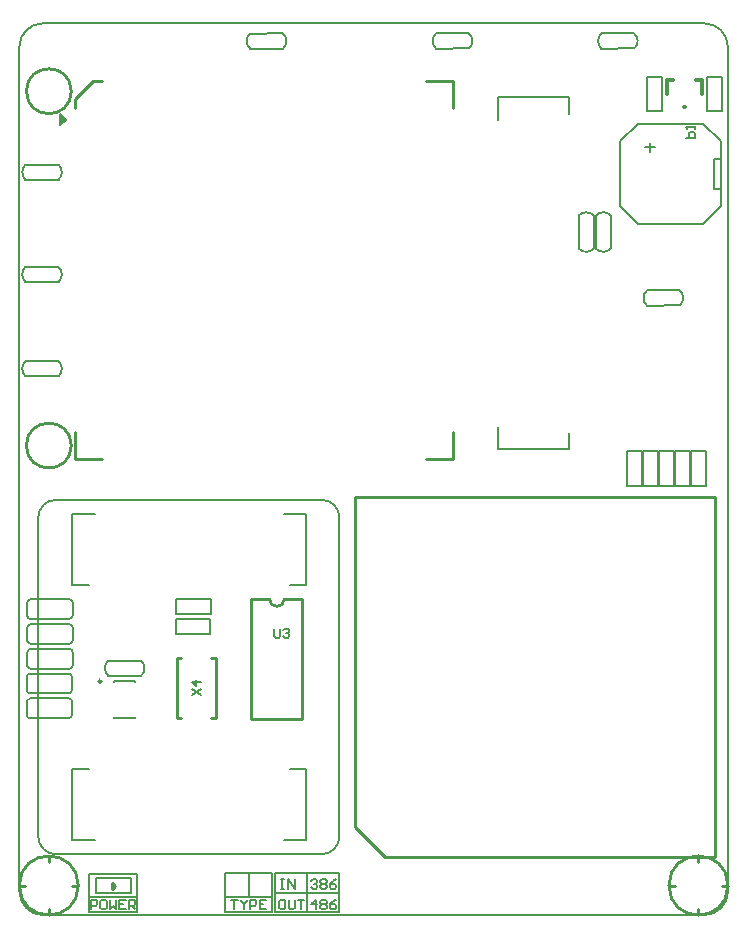
<source format=gto>
%FSLAX44Y44*%
%MOMM*%
G71*
G01*
G75*
%ADD10O,1.4000X0.3000*%
%ADD11O,0.3000X1.4000*%
%ADD12R,0.9398X1.0160*%
%ADD13R,0.9400X1.0160*%
%ADD14R,1.0160X0.9398*%
%ADD15R,1.0160X0.9400*%
%ADD16R,1.2000X1.3000*%
%ADD17R,1.2700X0.7620*%
%ADD18R,0.8000X0.9000*%
%ADD19R,0.9652X0.8890*%
%ADD20R,0.9144X0.9144*%
%ADD21R,0.9144X1.2700*%
%ADD22R,0.8890X0.9652*%
%ADD23R,2.2000X0.3600*%
%ADD24R,3.0000X1.0000*%
%ADD25R,2.2000X1.5000*%
%ADD26R,1.4500X0.5500*%
%ADD27R,0.3600X2.2000*%
%ADD28R,1.0000X3.0000*%
%ADD29R,1.8000X1.8000*%
%ADD30C,0.3000*%
%ADD31C,0.2000*%
%ADD32C,1.5000*%
%ADD33C,1.0000*%
%ADD34C,0.6000*%
%ADD35C,0.5000*%
%ADD36C,0.4000*%
%ADD37C,0.2032*%
%ADD38C,0.3810*%
%ADD39C,0.2500*%
%ADD40C,0.8000*%
%ADD41C,1.2000*%
%ADD42C,1.2000*%
%ADD43C,4.0000*%
%ADD44C,3.6000*%
%ADD45C,1.2700*%
%ADD46C,0.4000*%
%ADD47C,0.6000*%
%ADD48C,0.8000*%
%ADD49C,0.5500*%
%ADD50C,1.0000*%
%ADD51C,1.1000*%
%ADD52C,1.8000*%
%ADD53C,0.5080*%
%ADD54C,0.9000*%
%ADD55C,2.0000*%
%ADD56C,1.0160*%
%ADD57C,1.6000*%
%ADD58C,1.1000*%
%ADD59C,1.2000*%
%ADD60C,1.3000*%
%ADD61C,1.4000*%
%ADD62R,1.8000X1.1000*%
%ADD63R,1.0000X1.0000*%
%ADD64O,2.0320X0.6096*%
%ADD65R,0.3000X1.5000*%
%ADD66R,0.2600X2.0000*%
%ADD67R,2.0000X0.2600*%
%ADD68R,1.5000X0.3500*%
%ADD69R,1.8000X1.2000*%
%ADD70C,0.1270*%
%ADD71C,0.2540*%
%ADD72C,0.1500*%
%ADD73C,0.2286*%
%ADD74C,0.1524*%
%ADD75C,0.3048*%
D31*
X600000Y740000D02*
G03*
X580000Y760000I-20000J0D01*
G01*
X20000Y760000D02*
G03*
X-0Y740000I0J-20000D01*
G01*
X580000Y5000D02*
G03*
X600000Y25000I0J20000D01*
G01*
X-0D02*
G03*
X20000Y5000I20000J0D01*
G01*
X34500Y683500D02*
X39500Y678500D01*
X34500Y683500D02*
X34500Y683500D01*
X34500Y673500D02*
Y683500D01*
Y673500D02*
X39500Y678500D01*
X39500D01*
X34500D02*
X39500D01*
X34500Y681000D02*
X37000Y678500D01*
X34500Y676000D02*
X37000Y678500D01*
X20000Y760000D02*
X580000D01*
X20000Y5000D02*
X580000D01*
X-0Y25000D02*
Y740000D01*
X600000Y25000D02*
Y740000D01*
X405000Y399500D02*
X465000D01*
Y413500D01*
X405000Y399500D02*
Y418500D01*
Y697500D02*
X465000D01*
X405000Y678500D02*
Y697500D01*
X465000Y683500D02*
Y697500D01*
X80250Y172000D02*
Y172500D01*
X98250Y172000D02*
Y172500D01*
X80250Y202500D02*
Y203000D01*
X98250Y202500D02*
Y203000D01*
X80250D02*
X98250D01*
X80250Y172000D02*
X98250D01*
X229000Y284500D02*
X243000D01*
X224000Y344500D02*
X243000D01*
Y284500D02*
Y344500D01*
X45000D02*
X64000D01*
X45000Y284500D02*
X59000D01*
X45000D02*
Y344500D01*
X243000Y68500D02*
Y128500D01*
X229000D02*
X243000D01*
X224000Y68500D02*
X243000D01*
X45000D02*
Y128500D01*
Y68500D02*
X64000D01*
X45000Y128500D02*
X59000D01*
D39*
X69500Y203000D02*
G03*
X69500Y203000I-1250J0D01*
G01*
D70*
X33199Y461177D02*
G03*
X33054Y473951I-5694J6323D01*
G01*
X5250Y473888D02*
G03*
X5250Y461112I5999J-6388D01*
G01*
X380699Y738677D02*
G03*
X380554Y751451I-5694J6323D01*
G01*
X352750Y751388D02*
G03*
X352750Y738612I5999J-6388D01*
G01*
X473677Y569301D02*
G03*
X486451Y569446I6323J5694D01*
G01*
X486388Y597250D02*
G03*
X473612Y597250I-6388J-5999D01*
G01*
X488177Y569301D02*
G03*
X500951Y569446I6323J5694D01*
G01*
X500888Y597250D02*
G03*
X488112Y597250I-6388J-5999D01*
G01*
X41748Y171618D02*
G03*
X44748Y174618I0J3000D01*
G01*
X9314Y188382D02*
G03*
X6314Y185382I0J-3000D01*
G01*
X44796Y185334D02*
G03*
X41796Y188334I-3000J0D01*
G01*
X6266Y174412D02*
G03*
X9060Y171618I2794J0D01*
G01*
X42248Y255618D02*
G03*
X45248Y258618I0J3000D01*
G01*
X9814Y272382D02*
G03*
X6814Y269382I0J-3000D01*
G01*
X45296Y269334D02*
G03*
X42296Y272334I-3000J0D01*
G01*
X6766Y258412D02*
G03*
X9560Y255618I2794J0D01*
G01*
X42248Y234618D02*
G03*
X45248Y237618I0J3000D01*
G01*
X9814Y251382D02*
G03*
X6814Y248382I0J-3000D01*
G01*
X45296Y248334D02*
G03*
X42296Y251334I-3000J0D01*
G01*
X6766Y237412D02*
G03*
X9560Y234618I2794J0D01*
G01*
X42248Y213618D02*
G03*
X45248Y216618I0J3000D01*
G01*
X9814Y230382D02*
G03*
X6814Y227382I0J-3000D01*
G01*
X45296Y227334D02*
G03*
X42296Y230334I-3000J0D01*
G01*
X6766Y216412D02*
G03*
X9560Y213618I2794J0D01*
G01*
X41748Y192618D02*
G03*
X44748Y195618I0J3000D01*
G01*
X9314Y209382D02*
G03*
X6314Y206382I0J-3000D01*
G01*
X44796Y206334D02*
G03*
X41796Y209334I-3000J0D01*
G01*
X6266Y195412D02*
G03*
X9060Y192618I2794J0D01*
G01*
X33199Y541177D02*
G03*
X33054Y553951I-5694J6323D01*
G01*
X5250Y553888D02*
G03*
X5250Y541112I5999J-6388D01*
G01*
X103199Y207677D02*
G03*
X103054Y220451I-5694J6323D01*
G01*
X75250Y220388D02*
G03*
X75250Y207612I5999J-6388D01*
G01*
X195301Y751323D02*
G03*
X195446Y738549I5694J-6323D01*
G01*
X223250Y738612D02*
G03*
X223250Y751388I-5999J6388D01*
G01*
X33199Y627677D02*
G03*
X33054Y640451I-5694J6323D01*
G01*
X5250Y640388D02*
G03*
X5250Y627612I5999J-6388D01*
G01*
X531301Y533823D02*
G03*
X531446Y521049I5694J-6323D01*
G01*
X559250Y521112D02*
G03*
X559250Y533888I-5999J6388D01*
G01*
X520699Y738677D02*
G03*
X520554Y751451I-5694J6323D01*
G01*
X492750Y751388D02*
G03*
X492750Y738612I5999J-6388D01*
G01*
X5255Y473893D02*
X33052Y473952D01*
X5247Y461114D02*
X33197Y461175D01*
X352755Y751393D02*
X380552Y751452D01*
X352747Y738614D02*
X380697Y738675D01*
X486393Y597245D02*
X486452Y569448D01*
X473614Y597253D02*
X473675Y569303D01*
X500893Y597245D02*
X500952Y569448D01*
X488114Y597253D02*
X488175Y569303D01*
X44796Y174666D02*
Y185872D01*
X22190Y171618D02*
X41748Y171617D01*
X9314Y188382D02*
X29810D01*
X6266Y173904D02*
Y185110D01*
X9060Y171618D02*
X22190Y171617D01*
X29810Y188382D02*
X41748D01*
X45296Y258666D02*
Y269872D01*
X22690Y255618D02*
X42248Y255617D01*
X9814Y272382D02*
X30310D01*
X6766Y257904D02*
Y269110D01*
X9560Y255618D02*
X22690Y255617D01*
X30310Y272382D02*
X42248D01*
X45296Y237666D02*
Y248872D01*
X22690Y234618D02*
X42248Y234617D01*
X9814Y251382D02*
X30310D01*
X6766Y236904D02*
Y248110D01*
X9560Y234618D02*
X22690Y234617D01*
X30310Y251382D02*
X42248D01*
X45296Y216666D02*
Y227872D01*
X22690Y213618D02*
X42248Y213617D01*
X9814Y230382D02*
X30310D01*
X6766Y215904D02*
Y227110D01*
X9560Y213618D02*
X22690Y213617D01*
X30310Y230382D02*
X42248D01*
X44796Y195666D02*
Y206872D01*
X22190Y192618D02*
X41748Y192617D01*
X9314Y209382D02*
X29810D01*
X6266Y194904D02*
Y206110D01*
X9060Y192618D02*
X22190Y192617D01*
X29810Y209382D02*
X41748D01*
X5255Y553893D02*
X33052Y553952D01*
X5247Y541114D02*
X33197Y541175D01*
X75255Y220393D02*
X103052Y220452D01*
X75247Y207614D02*
X103197Y207675D01*
X195448Y738548D02*
X223245Y738607D01*
X195303Y751325D02*
X223253Y751386D01*
X5255Y640393D02*
X33052Y640452D01*
X5247Y627614D02*
X33197Y627675D01*
X531448Y521048D02*
X559245Y521107D01*
X531303Y533825D02*
X559253Y533885D01*
X492755Y751393D02*
X520552Y751452D01*
X492747Y738614D02*
X520697Y738675D01*
X215750Y247367D02*
Y241020D01*
X217020Y239750D01*
X219559D01*
X220828Y241020D01*
Y247367D01*
X223368Y246098D02*
X224637Y247367D01*
X227176D01*
X228446Y246098D01*
Y244828D01*
X227176Y243559D01*
X225907D01*
X227176D01*
X228446Y242289D01*
Y241020D01*
X227176Y239750D01*
X224637D01*
X223368Y241020D01*
X146202Y191250D02*
X153820Y196328D01*
X146202D02*
X153820Y191250D01*
Y202676D02*
X146202D01*
X150011Y198867D01*
Y203946D01*
X564383Y663000D02*
X572000D01*
Y666809D01*
X570730Y668078D01*
X569461D01*
X568191D01*
X566922Y666809D01*
Y663000D01*
X572000Y670618D02*
Y673157D01*
Y671887D01*
X564383D01*
X565652Y670618D01*
D71*
X211750Y272700D02*
G03*
X224450Y272700I6350J0D01*
G01*
X50000Y30000D02*
G03*
X50000Y30000I-25000J0D01*
G01*
X600000D02*
G03*
X600000Y30000I-25000J0D01*
G01*
X44000Y702500D02*
G03*
X44000Y702500I-19000J0D01*
G01*
Y402500D02*
G03*
X44000Y402500I-19000J0D01*
G01*
X46840Y695840D02*
X62520Y711520D01*
X46840Y688660D02*
Y695840D01*
X62520Y711520D02*
X69700D01*
X344020D02*
X366880D01*
Y688660D02*
Y711520D01*
X344020Y391480D02*
X366880D01*
Y414340D01*
X46840Y391480D02*
X69700D01*
X46840D02*
Y414340D01*
X196510Y272700D02*
X211750D01*
X224450D02*
X239690D01*
Y171100D02*
Y272700D01*
X196510Y171100D02*
X239690D01*
X196510D02*
Y272700D01*
X162710Y172200D02*
X166520D01*
X133500D02*
X137310D01*
X133500Y223000D02*
X137310D01*
X162710D02*
X166520D01*
Y172200D02*
Y223000D01*
X133500Y172200D02*
Y223000D01*
X309600Y54100D02*
X589000D01*
X284200Y79500D02*
X309600Y54100D01*
X284200Y79500D02*
Y358900D01*
X589000D01*
Y54100D02*
Y358900D01*
X25000Y4920D02*
Y10000D01*
X428Y30000D02*
X5000D01*
X25000Y50000D02*
Y55334D01*
X45000Y30000D02*
X49854D01*
X575000Y4920D02*
Y10000D01*
X550428Y30000D02*
X555000D01*
X575000Y50000D02*
Y55334D01*
X595000Y30000D02*
X599854D01*
D72*
X31000Y356500D02*
G03*
X16000Y341500I0J-15000D01*
G01*
X256000Y56500D02*
G03*
X271000Y71500I0J15000D01*
G01*
Y341500D02*
G03*
X256000Y356500I-15000J0D01*
G01*
X16000Y71500D02*
G03*
X31000Y56500I15000J0D01*
G01*
X243500Y7750D02*
Y40250D01*
X64714Y23650D02*
X94686D01*
Y36350D01*
X64714D02*
X94686D01*
X64714Y23650D02*
Y36350D01*
X132890Y272600D02*
X162100D01*
X132890Y259900D02*
X162100D01*
X132640Y255350D02*
X161850D01*
X132640Y242650D02*
X161850D01*
X544100Y685650D02*
Y714860D01*
X531400Y685650D02*
Y714860D01*
X582400Y685640D02*
Y714850D01*
X595100Y685640D02*
Y714850D01*
X31000Y356500D02*
X256000D01*
X16000Y71500D02*
Y341500D01*
X31000Y56500D02*
X256000D01*
X271000Y71500D02*
Y341500D01*
X588000Y620000D02*
X594000D01*
X588000D02*
Y645000D01*
X594000D01*
X534000Y651000D02*
Y659000D01*
X530000Y655000D02*
X538000D01*
X524000Y675000D02*
X579000D01*
X509000Y605000D02*
Y660000D01*
X524000Y590000D02*
X579000D01*
X594000Y605000D02*
Y660000D01*
X509000D02*
X524000Y675000D01*
X579000D02*
X594000Y660000D01*
X579000Y590000D02*
X594000Y605000D01*
X509000D02*
X524000Y590000D01*
X581350Y368650D02*
Y397860D01*
X568650Y368650D02*
Y397860D01*
X540850Y368650D02*
Y397860D01*
X528150Y368650D02*
Y397860D01*
X527350Y368650D02*
Y397860D01*
X514650Y368650D02*
Y397860D01*
X567850Y368650D02*
Y397860D01*
X555150Y368650D02*
Y397860D01*
X554350Y368650D02*
Y397860D01*
X541650Y368650D02*
Y397860D01*
X194250Y20250D02*
Y40250D01*
X214250Y20250D02*
Y40250D01*
X174250Y20250D02*
X214250D01*
X174250D02*
Y40250D01*
X214250D01*
X216750D02*
X271000D01*
Y7750D02*
Y40250D01*
X216750Y7750D02*
X271000D01*
X216750D02*
Y40250D01*
Y23500D02*
X271000D01*
X214250Y7750D02*
Y20250D01*
X174250Y7750D02*
X214250D01*
X174250D02*
Y20250D01*
X100000Y7500D02*
Y40000D01*
X58750D02*
X100000D01*
X58750Y7500D02*
Y40000D01*
Y7500D02*
X100000D01*
X59000Y20000D02*
X100000D01*
X179500Y17997D02*
X184832D01*
X182166D01*
Y10000D01*
X187497Y17997D02*
Y16665D01*
X190163Y13999D01*
X192829Y16665D01*
Y17997D01*
X190163Y13999D02*
Y10000D01*
X195495D02*
Y17997D01*
X199494D01*
X200826Y16665D01*
Y13999D01*
X199494Y12666D01*
X195495D01*
X208824Y17997D02*
X203492D01*
Y10000D01*
X208824D01*
X203492Y13999D02*
X206158D01*
X221250Y35247D02*
X223916D01*
X222583D01*
Y27250D01*
X221250D01*
X223916D01*
X227915D02*
Y35247D01*
X233246Y27250D01*
Y35247D01*
X223999Y17997D02*
X221333D01*
X220000Y16665D01*
Y11333D01*
X221333Y10000D01*
X223999D01*
X225332Y11333D01*
Y16665D01*
X223999Y17997D01*
X227997D02*
Y11333D01*
X229330Y10000D01*
X231996D01*
X233329Y11333D01*
Y17997D01*
X235995D02*
X241326D01*
X238661D01*
Y10000D01*
X247000Y33914D02*
X248333Y35247D01*
X250999D01*
X252332Y33914D01*
Y32582D01*
X250999Y31249D01*
X249666D01*
X250999D01*
X252332Y29916D01*
Y28583D01*
X250999Y27250D01*
X248333D01*
X247000Y28583D01*
X254997Y33914D02*
X256330Y35247D01*
X258996D01*
X260329Y33914D01*
Y32582D01*
X258996Y31249D01*
X260329Y29916D01*
Y28583D01*
X258996Y27250D01*
X256330D01*
X254997Y28583D01*
Y29916D01*
X256330Y31249D01*
X254997Y32582D01*
Y33914D01*
X256330Y31249D02*
X258996D01*
X268326Y35247D02*
X265661Y33914D01*
X262995Y31249D01*
Y28583D01*
X264328Y27250D01*
X266994D01*
X268326Y28583D01*
Y29916D01*
X266994Y31249D01*
X262995D01*
X250999Y10000D02*
Y17997D01*
X247000Y13999D01*
X252332D01*
X254997Y16665D02*
X256330Y17997D01*
X258996D01*
X260329Y16665D01*
Y15332D01*
X258996Y13999D01*
X260329Y12666D01*
Y11333D01*
X258996Y10000D01*
X256330D01*
X254997Y11333D01*
Y12666D01*
X256330Y13999D01*
X254997Y15332D01*
Y16665D01*
X256330Y13999D02*
X258996D01*
X268326Y17997D02*
X265661Y16665D01*
X262995Y13999D01*
Y11333D01*
X264328Y10000D01*
X266994D01*
X268326Y11333D01*
Y12666D01*
X266994Y13999D01*
X262995D01*
X60750Y10000D02*
Y17997D01*
X64749D01*
X66082Y16665D01*
Y13999D01*
X64749Y12666D01*
X60750D01*
X72746Y17997D02*
X70080D01*
X68747Y16665D01*
Y11333D01*
X70080Y10000D01*
X72746D01*
X74079Y11333D01*
Y16665D01*
X72746Y17997D01*
X76745D02*
Y10000D01*
X79411Y12666D01*
X82076Y10000D01*
Y17997D01*
X90074D02*
X84742D01*
Y10000D01*
X90074D01*
X84742Y13999D02*
X87408D01*
X92740Y10000D02*
Y17997D01*
X96738D01*
X98071Y16665D01*
Y13999D01*
X96738Y12666D01*
X92740D01*
X95406D02*
X98071Y10000D01*
D73*
X78430Y32540D02*
X80970Y30000D01*
X78430Y27460D02*
X80970Y30000D01*
X78430Y27460D02*
Y32540D01*
D74*
X162100Y259900D02*
Y272600D01*
X132890Y259900D02*
Y272600D01*
X161850Y242650D02*
Y255350D01*
X132640Y242650D02*
Y255350D01*
X531400Y685650D02*
X544100D01*
X531400Y714860D02*
X544100D01*
X582400Y714850D02*
X595100D01*
X582400Y685640D02*
X595100D01*
X568650Y368650D02*
X581350D01*
X568650Y397860D02*
X581350D01*
X528150Y368650D02*
X540850D01*
X528150Y397860D02*
X540850D01*
X514650Y368650D02*
X527350D01*
X514650Y397860D02*
X527350D01*
X555150Y368650D02*
X567850D01*
X555150Y397860D02*
X567850D01*
X541650Y368650D02*
X554350D01*
X541650Y397860D02*
X554350D01*
D75*
X548645Y711930D02*
X553725D01*
X562615Y689070D02*
X563885D01*
X572775Y711930D02*
X577855D01*
X548645Y700500D02*
Y711930D01*
X577855Y700500D02*
Y711930D01*
M02*

</source>
